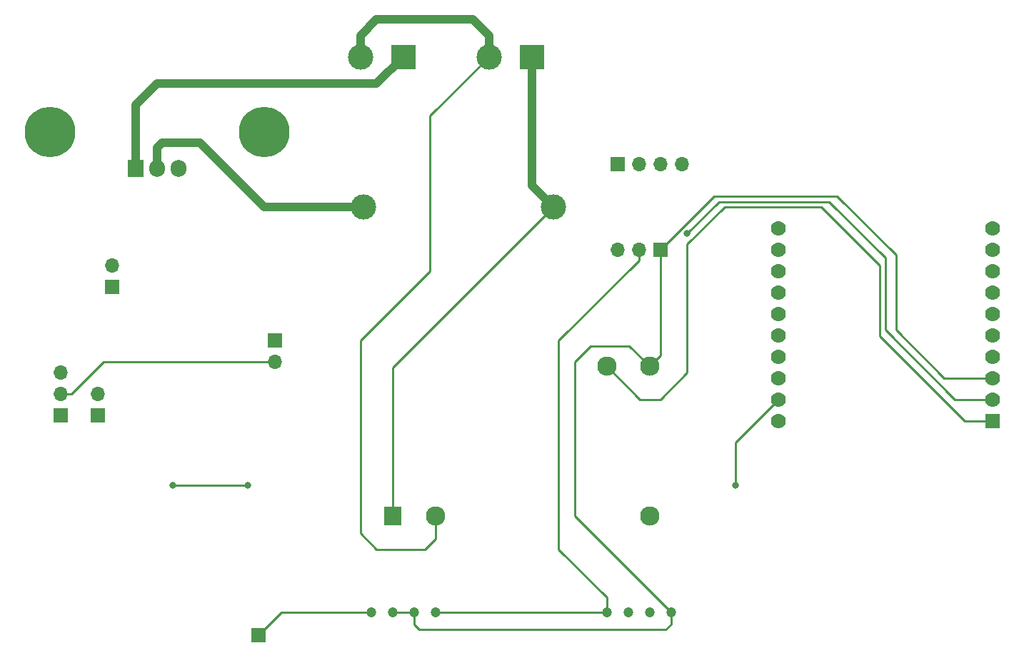
<source format=gbr>
%TF.GenerationSoftware,KiCad,Pcbnew,(7.0.0-0)*%
%TF.CreationDate,2023-11-16T12:34:27+01:00*%
%TF.ProjectId,bed-smart-plug,6265642d-736d-4617-9274-2d706c75672e,rev?*%
%TF.SameCoordinates,Original*%
%TF.FileFunction,Copper,L2,Bot*%
%TF.FilePolarity,Positive*%
%FSLAX46Y46*%
G04 Gerber Fmt 4.6, Leading zero omitted, Abs format (unit mm)*
G04 Created by KiCad (PCBNEW (7.0.0-0)) date 2023-11-16 12:34:27*
%MOMM*%
%LPD*%
G01*
G04 APERTURE LIST*
%TA.AperFunction,ComponentPad*%
%ADD10R,3.000000X3.000000*%
%TD*%
%TA.AperFunction,ComponentPad*%
%ADD11C,3.000000*%
%TD*%
%TA.AperFunction,ComponentPad*%
%ADD12R,1.700000X1.700000*%
%TD*%
%TA.AperFunction,ComponentPad*%
%ADD13O,1.700000X1.700000*%
%TD*%
%TA.AperFunction,ComponentPad*%
%ADD14C,1.200000*%
%TD*%
%TA.AperFunction,ComponentPad*%
%ADD15C,6.000000*%
%TD*%
%TA.AperFunction,ComponentPad*%
%ADD16R,2.000000X2.300000*%
%TD*%
%TA.AperFunction,ComponentPad*%
%ADD17C,2.300000*%
%TD*%
%TA.AperFunction,ComponentPad*%
%ADD18R,1.778000X1.778000*%
%TD*%
%TA.AperFunction,ComponentPad*%
%ADD19C,1.778000*%
%TD*%
%TA.AperFunction,ComponentPad*%
%ADD20R,1.905000X2.000000*%
%TD*%
%TA.AperFunction,ComponentPad*%
%ADD21O,1.905000X2.000000*%
%TD*%
%TA.AperFunction,ViaPad*%
%ADD22C,0.800000*%
%TD*%
%TA.AperFunction,Conductor*%
%ADD23C,0.250000*%
%TD*%
%TA.AperFunction,Conductor*%
%ADD24C,1.000000*%
%TD*%
G04 APERTURE END LIST*
D10*
%TO.P,J9,1,Pin_1*%
%TO.N,Net-(J8-Pin_2)*%
X80009999Y-48259999D03*
D11*
%TO.P,J9,2,Pin_2*%
%TO.N,NEUT*%
X74930000Y-48260000D03*
%TD*%
D12*
%TO.P,J8,1,Pin_1*%
%TO.N,Net-(J8-Pin_1)*%
X45527499Y-75564999D03*
D13*
%TO.P,J8,2,Pin_2*%
%TO.N,Net-(J8-Pin_2)*%
X45527499Y-73024999D03*
%TD*%
D12*
%TO.P,J2,1,Pin_1*%
%TO.N,Net-(J2-Pin_1)*%
X105409999Y-60959999D03*
D13*
%TO.P,J2,2,Pin_2*%
%TO.N,Net-(J2-Pin_2)*%
X107949999Y-60959999D03*
%TO.P,J2,3,Pin_3*%
%TO.N,Net-(J2-Pin_3)*%
X110489999Y-60959999D03*
%TO.P,J2,4,Pin_4*%
%TO.N,Net-(J2-Pin_4)*%
X113029999Y-60959999D03*
%TD*%
D14*
%TO.P,U2,1,Antenna*%
%TO.N,Net-(AE1-A)*%
X76200000Y-114140000D03*
%TO.P,U2,2,GND*%
%TO.N,GND*%
X78740000Y-114140000D03*
%TO.P,U2,3,GND*%
X81280000Y-114140000D03*
%TO.P,U2,4,VCC*%
%TO.N,+3V3*%
X83820000Y-114140000D03*
%TO.P,U2,5,VCC*%
X104140000Y-114140000D03*
%TO.P,U2,6,DATA*%
%TO.N,Net-(U1-GPIO36)*%
X106680000Y-114140000D03*
%TO.P,U2,7,DATA*%
X109220000Y-114140000D03*
%TO.P,U2,8,GND*%
%TO.N,GND*%
X111760000Y-114140000D03*
%TD*%
D12*
%TO.P,J6,1,Pin_1*%
%TO.N,Net-(J6-Pin_1)*%
X43814999Y-90794999D03*
D13*
%TO.P,J6,2,Pin_2*%
%TO.N,Net-(J5-Pin_3)*%
X43814999Y-88254999D03*
%TD*%
D12*
%TO.P,AE1,1,A*%
%TO.N,Net-(AE1-A)*%
X62864999Y-116839999D03*
%TD*%
D15*
%TO.P,HS1,1*%
%TO.N,N/C*%
X38100000Y-57150000D03*
X63500000Y-57150000D03*
%TD*%
D12*
%TO.P,J1,1,Pin_1*%
%TO.N,GND*%
X110489999Y-71119999D03*
D13*
%TO.P,J1,2,Pin_2*%
%TO.N,+3V3*%
X107949999Y-71119999D03*
%TO.P,J1,3,Pin_3*%
%TO.N,Net-(J1-Pin_3)*%
X105409999Y-71119999D03*
%TD*%
D16*
%TO.P,PS1,1,AC/L*%
%TO.N,LINE*%
X78739999Y-102727499D03*
D17*
%TO.P,PS1,3,AC/N*%
%TO.N,NEUT*%
X83820000Y-102727500D03*
%TO.P,PS1,5,NC*%
%TO.N,unconnected-(PS1-NC-Pad5)*%
X109220000Y-102727500D03*
%TO.P,PS1,14,-Vo*%
%TO.N,GND*%
X109220000Y-84947500D03*
%TO.P,PS1,16,+Vo*%
%TO.N,+5V*%
X104140000Y-84947500D03*
%TD*%
D18*
%TO.P,U1,1,+5V*%
%TO.N,+5V*%
X149859999Y-91439999D03*
D19*
%TO.P,U1,2,+3.3V_(out)*%
%TO.N,+3V3*%
X149860000Y-88900000D03*
%TO.P,U1,3,GND*%
%TO.N,GND*%
X149860000Y-86360000D03*
%TO.P,U1,4,ESP_EN*%
%TO.N,unconnected-(U1-ESP_EN-Pad4)*%
X149860000Y-83820000D03*
%TO.P,U1,5,GPIO0*%
%TO.N,unconnected-(U1-GPIO0-Pad5)*%
X149860000Y-81280000D03*
%TO.P,U1,6,GPIO1*%
%TO.N,unconnected-(U1-GPIO1-Pad6)*%
X149860000Y-78740000D03*
%TO.P,U1,7,GPIO2*%
%TO.N,Net-(U1-GPIO2)*%
X149860000Y-76200000D03*
%TO.P,U1,8,GPIO3*%
%TO.N,unconnected-(U1-GPIO3-Pad8)*%
X149860000Y-73660000D03*
%TO.P,U1,9,GPIO4*%
%TO.N,unconnected-(U1-GPIO4-Pad9)*%
X149860000Y-71120000D03*
%TO.P,U1,10,GPIO5*%
%TO.N,unconnected-(U1-GPIO5-Pad10)*%
X149860000Y-68580000D03*
%TO.P,U1,11,GPIO13*%
%TO.N,Net-(J1-Pin_3)*%
X124460000Y-68580000D03*
%TO.P,U1,12,GPIO14*%
%TO.N,unconnected-(U1-GPIO14-Pad12)*%
X124460000Y-71120000D03*
%TO.P,U1,13,GPIO15*%
%TO.N,unconnected-(U1-GPIO15-Pad13)*%
X124460000Y-73660000D03*
%TO.P,U1,14,GPIO16*%
%TO.N,unconnected-(U1-GPIO16-Pad14)*%
X124460000Y-76200000D03*
%TO.P,U1,15,GPIO32*%
%TO.N,unconnected-(U1-GPIO32-Pad15)*%
X124460000Y-78740000D03*
%TO.P,U1,16,GPIO33*%
%TO.N,unconnected-(U1-GPIO33-Pad16)*%
X124460000Y-81280000D03*
%TO.P,U1,17,GPIO34*%
%TO.N,unconnected-(U1-GPIO34-Pad17)*%
X124460000Y-83820000D03*
%TO.P,U1,18,GPIO35*%
%TO.N,unconnected-(U1-GPIO35-Pad18)*%
X124460000Y-86360000D03*
%TO.P,U1,19,GPIO36*%
%TO.N,Net-(U1-GPIO36)*%
X124460000Y-88900000D03*
%TO.P,U1,20,GPIO39*%
%TO.N,unconnected-(U1-GPIO39-Pad20)*%
X124460000Y-91440000D03*
%TD*%
D20*
%TO.P,Q1,1,A1*%
%TO.N,Net-(J8-Pin_2)*%
X48259999Y-61434999D03*
D21*
%TO.P,Q1,2,A2*%
%TO.N,Net-(J5-Pin_3)*%
X50799999Y-61434999D03*
%TO.P,Q1,3,G*%
%TO.N,Net-(Q1-G)*%
X53339999Y-61434999D03*
%TD*%
D12*
%TO.P,J5,1,Pin_1*%
%TO.N,Net-(J5-Pin_1)*%
X39369999Y-90804999D03*
D13*
%TO.P,J5,2,Pin_2*%
%TO.N,Net-(J4-Pin_2)*%
X39369999Y-88264999D03*
%TO.P,J5,3,Pin_3*%
%TO.N,Net-(J5-Pin_3)*%
X39369999Y-85724999D03*
%TD*%
D11*
%TO.P,F1,1*%
%TO.N,LINE*%
X97790000Y-66040000D03*
%TO.P,F1,2*%
%TO.N,Net-(J5-Pin_3)*%
X75290000Y-66040000D03*
%TD*%
D12*
%TO.P,J4,1,Pin_1*%
%TO.N,Net-(J4-Pin_1)*%
X64769999Y-81914999D03*
D13*
%TO.P,J4,2,Pin_2*%
%TO.N,Net-(J4-Pin_2)*%
X64769999Y-84454999D03*
%TD*%
D10*
%TO.P,J7,1,Pin_1*%
%TO.N,LINE*%
X95249999Y-48259999D03*
D11*
%TO.P,J7,2,Pin_2*%
%TO.N,NEUT*%
X90170000Y-48260000D03*
%TD*%
D22*
%TO.N,+3V3*%
X113665000Y-69215000D03*
%TO.N,Net-(R3-Pad1)*%
X61595000Y-99060000D03*
X52705000Y-99060000D03*
%TO.N,Net-(U1-GPIO36)*%
X119380000Y-99060000D03*
%TD*%
D23*
%TO.N,Net-(AE1-A)*%
X65565000Y-114140000D02*
X62865000Y-116840000D01*
X76200000Y-114140000D02*
X65565000Y-114140000D01*
D24*
%TO.N,Net-(J8-Pin_2)*%
X80010000Y-48260000D02*
X76835000Y-51435000D01*
X50800000Y-51435000D02*
X48260000Y-53975000D01*
X76835000Y-51435000D02*
X50800000Y-51435000D01*
X48260000Y-53975000D02*
X48260000Y-61435000D01*
D23*
%TO.N,GND*%
X111760000Y-115570000D02*
X111125000Y-116205000D01*
X109220000Y-84947500D02*
X106822500Y-82550000D01*
X110490000Y-71120000D02*
X116840000Y-64770000D01*
X100330000Y-84455000D02*
X100330000Y-102710000D01*
X144145000Y-86360000D02*
X149860000Y-86360000D01*
X138430000Y-71755000D02*
X138430000Y-80645000D01*
X110490000Y-83677500D02*
X109220000Y-84947500D01*
X81915000Y-116205000D02*
X81280000Y-115570000D01*
X100330000Y-102710000D02*
X111760000Y-114140000D01*
X116840000Y-64770000D02*
X131445000Y-64770000D01*
X131445000Y-64770000D02*
X138430000Y-71755000D01*
X138430000Y-80645000D02*
X144145000Y-86360000D01*
X110490000Y-71120000D02*
X110490000Y-83677500D01*
X111760000Y-114140000D02*
X111760000Y-115570000D01*
X106822500Y-82550000D02*
X102235000Y-82550000D01*
X81280000Y-115570000D02*
X81280000Y-114140000D01*
X111125000Y-116205000D02*
X81915000Y-116205000D01*
X102235000Y-82550000D02*
X100330000Y-84455000D01*
X81280000Y-114140000D02*
X78740000Y-114140000D01*
D24*
%TO.N,LINE*%
X95250000Y-63500000D02*
X97790000Y-66040000D01*
X95250000Y-48260000D02*
X95250000Y-63500000D01*
D23*
X78740000Y-102727500D02*
X78740000Y-85090000D01*
X78740000Y-85090000D02*
X97790000Y-66040000D01*
D24*
%TO.N,Net-(J5-Pin_3)*%
X50800000Y-59055000D02*
X51435000Y-58420000D01*
X63500000Y-66040000D02*
X75290000Y-66040000D01*
X51435000Y-58420000D02*
X55880000Y-58420000D01*
X50800000Y-61435000D02*
X50800000Y-59055000D01*
X55880000Y-58420000D02*
X63500000Y-66040000D01*
D23*
%TO.N,+3V3*%
X149860000Y-88900000D02*
X145415000Y-88900000D01*
X130493896Y-65405698D02*
X117474302Y-65405698D01*
X107950000Y-71120000D02*
X107950000Y-72390000D01*
X104140000Y-112395000D02*
X104140000Y-114140000D01*
X104140000Y-114140000D02*
X83820000Y-114140000D01*
X117474302Y-65405698D02*
X113665000Y-69215000D01*
X145415000Y-88900000D02*
X137160000Y-80645000D01*
X98425000Y-81915000D02*
X98425000Y-106680000D01*
X98425000Y-106680000D02*
X104140000Y-112395000D01*
X137160000Y-72071802D02*
X130493896Y-65405698D01*
X137160000Y-80645000D02*
X137160000Y-72071802D01*
X107950000Y-72390000D02*
X98425000Y-81915000D01*
%TO.N,Net-(J4-Pin_2)*%
X64770000Y-84455000D02*
X44450000Y-84455000D01*
X40640000Y-88265000D02*
X39370000Y-88265000D01*
X44450000Y-84455000D02*
X40640000Y-88265000D01*
D24*
%TO.N,NEUT*%
X88265000Y-43815000D02*
X90170000Y-45720000D01*
D23*
X76835000Y-106680000D02*
X74930000Y-104775000D01*
D24*
X76835000Y-43815000D02*
X88265000Y-43815000D01*
X74930000Y-48260000D02*
X74930000Y-45720000D01*
D23*
X74930000Y-104775000D02*
X74930000Y-81915000D01*
X82550000Y-106680000D02*
X76835000Y-106680000D01*
D24*
X74930000Y-45720000D02*
X76835000Y-43815000D01*
X90170000Y-45720000D02*
X90170000Y-48260000D01*
D23*
X74930000Y-81915000D02*
X83185000Y-73660000D01*
X83185000Y-73660000D02*
X83185000Y-55245000D01*
X83820000Y-105410000D02*
X82550000Y-106680000D01*
X83820000Y-102727500D02*
X83820000Y-105410000D01*
X83185000Y-55245000D02*
X90170000Y-48260000D01*
%TO.N,+5V*%
X129540000Y-66040000D02*
X118110000Y-66040000D01*
X113665000Y-85725000D02*
X110490000Y-88900000D01*
X108092500Y-88900000D02*
X104140000Y-84947500D01*
X118110000Y-66040000D02*
X113665000Y-70485000D01*
X110490000Y-88900000D02*
X108092500Y-88900000D01*
X149860000Y-91440000D02*
X146608856Y-91440000D01*
X146608856Y-91440000D02*
X136525000Y-81356144D01*
X136525000Y-73025000D02*
X129540000Y-66040000D01*
X136525000Y-81356144D02*
X136525000Y-73025000D01*
X113665000Y-70485000D02*
X113665000Y-85725000D01*
%TO.N,Net-(R3-Pad1)*%
X61595000Y-99060000D02*
X52705000Y-99060000D01*
%TO.N,Net-(U1-GPIO36)*%
X124460000Y-88900000D02*
X119380000Y-93980000D01*
X119380000Y-93980000D02*
X119380000Y-99060000D01*
%TD*%
M02*

</source>
